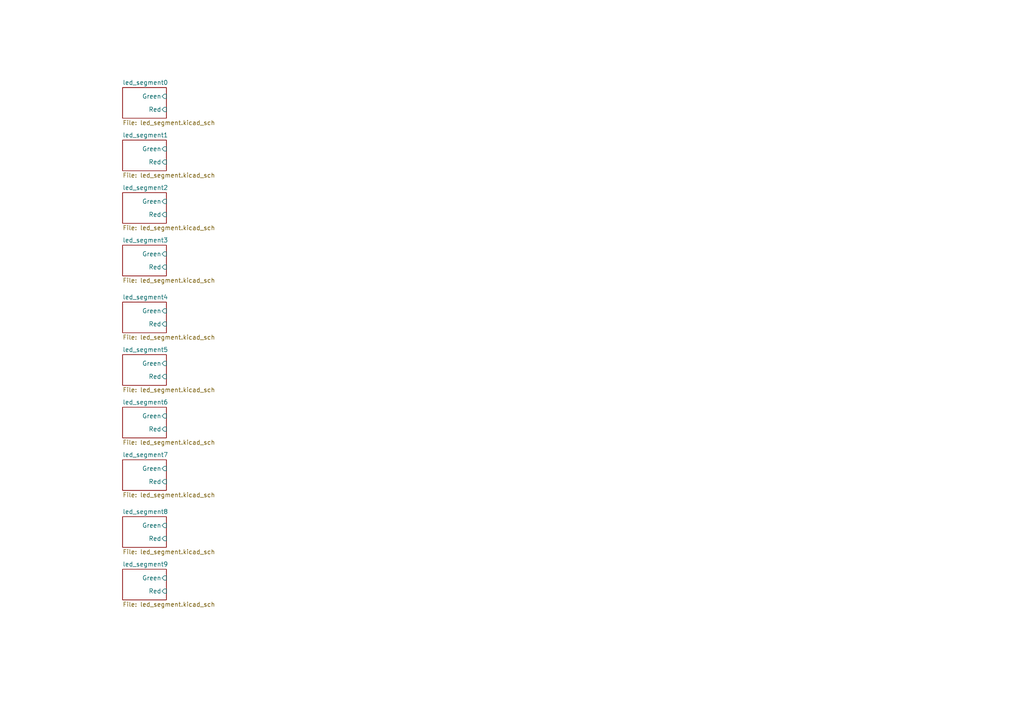
<source format=kicad_sch>
(kicad_sch
	(version 20231120)
	(generator "eeschema")
	(generator_version "8.0")
	(uuid "ac5cc092-0b03-4839-ade3-b8dead5e658e")
	(paper "A4")
	(lib_symbols)
	(sheet
		(at 35.56 118.11)
		(size 12.7 8.89)
		(fields_autoplaced yes)
		(stroke
			(width 0.1524)
			(type solid)
		)
		(fill
			(color 0 0 0 0.0000)
		)
		(uuid "16159897-ee57-4e5e-a778-8009c35d9955")
		(property "Sheetname" "led_segment6"
			(at 35.56 117.3984 0)
			(effects
				(font
					(size 1.27 1.27)
				)
				(justify left bottom)
			)
		)
		(property "Sheetfile" "led_segment.kicad_sch"
			(at 35.56 127.5846 0)
			(effects
				(font
					(size 1.27 1.27)
				)
				(justify left top)
			)
		)
		(property "Pole2" ""
			(at 35.56 118.11 0)
			(effects
				(font
					(size 1.27 1.27)
				)
				(hide yes)
			)
		)
		(pin "Green" input
			(at 48.26 120.65 0)
			(effects
				(font
					(size 1.27 1.27)
				)
				(justify right)
			)
			(uuid "dd7cf082-0ed4-4708-b2be-b173411dacbb")
		)
		(pin "Red" input
			(at 48.26 124.46 0)
			(effects
				(font
					(size 1.27 1.27)
				)
				(justify right)
			)
			(uuid "1152c736-b823-4af6-81f0-50cd37973a3a")
		)
		(instances
			(project "rpm_meter"
				(path "/c95b12ac-441d-4f7a-bd6a-c2e5d81eb286/a867083c-2147-48a9-aee5-f2d6e310d44f"
					(page "9")
				)
			)
		)
	)
	(sheet
		(at 35.56 55.88)
		(size 12.7 8.89)
		(fields_autoplaced yes)
		(stroke
			(width 0.1524)
			(type solid)
		)
		(fill
			(color 0 0 0 0.0000)
		)
		(uuid "2aea89c5-8fb5-4e40-aeec-207246f544aa")
		(property "Sheetname" "led_segment2"
			(at 35.56 55.1684 0)
			(effects
				(font
					(size 1.27 1.27)
				)
				(justify left bottom)
			)
		)
		(property "Sheetfile" "led_segment.kicad_sch"
			(at 35.56 65.3546 0)
			(effects
				(font
					(size 1.27 1.27)
				)
				(justify left top)
			)
		)
		(property "Pole2" ""
			(at 35.56 55.88 0)
			(effects
				(font
					(size 1.27 1.27)
				)
				(hide yes)
			)
		)
		(pin "Green" input
			(at 48.26 58.42 0)
			(effects
				(font
					(size 1.27 1.27)
				)
				(justify right)
			)
			(uuid "5c876811-194c-4463-8f65-9df0939544ec")
		)
		(pin "Red" input
			(at 48.26 62.23 0)
			(effects
				(font
					(size 1.27 1.27)
				)
				(justify right)
			)
			(uuid "593ce0d0-a7d8-409c-ba16-c51a841e7e98")
		)
		(instances
			(project "rpm_meter"
				(path "/c95b12ac-441d-4f7a-bd6a-c2e5d81eb286/a867083c-2147-48a9-aee5-f2d6e310d44f"
					(page "5")
				)
			)
		)
	)
	(sheet
		(at 35.56 165.1)
		(size 12.7 8.89)
		(fields_autoplaced yes)
		(stroke
			(width 0.1524)
			(type solid)
		)
		(fill
			(color 0 0 0 0.0000)
		)
		(uuid "3b8fc604-ae2f-40df-91f0-ac5b9f5315e4")
		(property "Sheetname" "led_segment9"
			(at 35.56 164.3884 0)
			(effects
				(font
					(size 1.27 1.27)
				)
				(justify left bottom)
			)
		)
		(property "Sheetfile" "led_segment.kicad_sch"
			(at 35.56 174.5746 0)
			(effects
				(font
					(size 1.27 1.27)
				)
				(justify left top)
			)
		)
		(property "Pole2" ""
			(at 35.56 165.1 0)
			(effects
				(font
					(size 1.27 1.27)
				)
				(hide yes)
			)
		)
		(pin "Green" input
			(at 48.26 167.64 0)
			(effects
				(font
					(size 1.27 1.27)
				)
				(justify right)
			)
			(uuid "487249ea-e53b-4bc3-8b5b-6782f2a2aafc")
		)
		(pin "Red" input
			(at 48.26 171.45 0)
			(effects
				(font
					(size 1.27 1.27)
				)
				(justify right)
			)
			(uuid "fa933547-2d24-4c17-87a4-75f76a43b9c5")
		)
		(instances
			(project "rpm_meter"
				(path "/c95b12ac-441d-4f7a-bd6a-c2e5d81eb286/a867083c-2147-48a9-aee5-f2d6e310d44f"
					(page "12")
				)
			)
		)
	)
	(sheet
		(at 35.56 71.12)
		(size 12.7 8.89)
		(fields_autoplaced yes)
		(stroke
			(width 0.1524)
			(type solid)
		)
		(fill
			(color 0 0 0 0.0000)
		)
		(uuid "487ebdd4-65ac-4f90-8285-3a8891794cfd")
		(property "Sheetname" "led_segment3"
			(at 35.56 70.4084 0)
			(effects
				(font
					(size 1.27 1.27)
				)
				(justify left bottom)
			)
		)
		(property "Sheetfile" "led_segment.kicad_sch"
			(at 35.56 80.5946 0)
			(effects
				(font
					(size 1.27 1.27)
				)
				(justify left top)
			)
		)
		(property "Pole2" ""
			(at 35.56 71.12 0)
			(effects
				(font
					(size 1.27 1.27)
				)
				(hide yes)
			)
		)
		(pin "Green" input
			(at 48.26 73.66 0)
			(effects
				(font
					(size 1.27 1.27)
				)
				(justify right)
			)
			(uuid "5310c1c3-f376-4ea9-a5a4-af7f0b3d1cb0")
		)
		(pin "Red" input
			(at 48.26 77.47 0)
			(effects
				(font
					(size 1.27 1.27)
				)
				(justify right)
			)
			(uuid "9ab5eeb7-e3f1-4cf3-8aa3-eced53cb8847")
		)
		(instances
			(project "rpm_meter"
				(path "/c95b12ac-441d-4f7a-bd6a-c2e5d81eb286/a867083c-2147-48a9-aee5-f2d6e310d44f"
					(page "6")
				)
			)
		)
	)
	(sheet
		(at 35.56 149.86)
		(size 12.7 8.89)
		(fields_autoplaced yes)
		(stroke
			(width 0.1524)
			(type solid)
		)
		(fill
			(color 0 0 0 0.0000)
		)
		(uuid "749b3ef9-abfd-42e3-afb0-681495caca56")
		(property "Sheetname" "led_segment8"
			(at 35.56 149.1484 0)
			(effects
				(font
					(size 1.27 1.27)
				)
				(justify left bottom)
			)
		)
		(property "Sheetfile" "led_segment.kicad_sch"
			(at 35.56 159.3346 0)
			(effects
				(font
					(size 1.27 1.27)
				)
				(justify left top)
			)
		)
		(property "Pole2" ""
			(at 35.56 149.86 0)
			(effects
				(font
					(size 1.27 1.27)
				)
				(hide yes)
			)
		)
		(pin "Green" input
			(at 48.26 152.4 0)
			(effects
				(font
					(size 1.27 1.27)
				)
				(justify right)
			)
			(uuid "52a88722-2387-45e6-a434-fc78c5dd1936")
		)
		(pin "Red" input
			(at 48.26 156.21 0)
			(effects
				(font
					(size 1.27 1.27)
				)
				(justify right)
			)
			(uuid "eef62a3d-485b-47e7-828d-47f031361072")
		)
		(instances
			(project "rpm_meter"
				(path "/c95b12ac-441d-4f7a-bd6a-c2e5d81eb286/a867083c-2147-48a9-aee5-f2d6e310d44f"
					(page "11")
				)
			)
		)
	)
	(sheet
		(at 35.56 87.63)
		(size 12.7 8.89)
		(fields_autoplaced yes)
		(stroke
			(width 0.1524)
			(type solid)
		)
		(fill
			(color 0 0 0 0.0000)
		)
		(uuid "948e1c68-c9bc-4743-a51c-3f2a217379f8")
		(property "Sheetname" "led_segment4"
			(at 35.56 86.9184 0)
			(effects
				(font
					(size 1.27 1.27)
				)
				(justify left bottom)
			)
		)
		(property "Sheetfile" "led_segment.kicad_sch"
			(at 35.56 97.1046 0)
			(effects
				(font
					(size 1.27 1.27)
				)
				(justify left top)
			)
		)
		(property "Pole2" ""
			(at 35.56 87.63 0)
			(effects
				(font
					(size 1.27 1.27)
				)
				(hide yes)
			)
		)
		(pin "Green" input
			(at 48.26 90.17 0)
			(effects
				(font
					(size 1.27 1.27)
				)
				(justify right)
			)
			(uuid "215aa513-a386-45b7-8691-60112a955ff7")
		)
		(pin "Red" input
			(at 48.26 93.98 0)
			(effects
				(font
					(size 1.27 1.27)
				)
				(justify right)
			)
			(uuid "0896c44f-3219-4bab-a38d-0889d01aed6a")
		)
		(instances
			(project "rpm_meter"
				(path "/c95b12ac-441d-4f7a-bd6a-c2e5d81eb286/a867083c-2147-48a9-aee5-f2d6e310d44f"
					(page "7")
				)
			)
		)
	)
	(sheet
		(at 35.56 133.35)
		(size 12.7 8.89)
		(fields_autoplaced yes)
		(stroke
			(width 0.1524)
			(type solid)
		)
		(fill
			(color 0 0 0 0.0000)
		)
		(uuid "96d43307-f20c-4790-9729-262a3b9aadee")
		(property "Sheetname" "led_segment7"
			(at 35.56 132.6384 0)
			(effects
				(font
					(size 1.27 1.27)
				)
				(justify left bottom)
			)
		)
		(property "Sheetfile" "led_segment.kicad_sch"
			(at 35.56 142.8246 0)
			(effects
				(font
					(size 1.27 1.27)
				)
				(justify left top)
			)
		)
		(property "Pole2" ""
			(at 35.56 133.35 0)
			(effects
				(font
					(size 1.27 1.27)
				)
				(hide yes)
			)
		)
		(pin "Green" input
			(at 48.26 135.89 0)
			(effects
				(font
					(size 1.27 1.27)
				)
				(justify right)
			)
			(uuid "f120a44f-efc0-41a8-8288-985e1dbce8b8")
		)
		(pin "Red" input
			(at 48.26 139.7 0)
			(effects
				(font
					(size 1.27 1.27)
				)
				(justify right)
			)
			(uuid "b50059b7-306d-44c5-ad1b-aacce0afccdc")
		)
		(instances
			(project "rpm_meter"
				(path "/c95b12ac-441d-4f7a-bd6a-c2e5d81eb286/a867083c-2147-48a9-aee5-f2d6e310d44f"
					(page "10")
				)
			)
		)
	)
	(sheet
		(at 35.56 102.87)
		(size 12.7 8.89)
		(fields_autoplaced yes)
		(stroke
			(width 0.1524)
			(type solid)
		)
		(fill
			(color 0 0 0 0.0000)
		)
		(uuid "a2b397c6-09d6-4f2e-b561-91cf6b96f742")
		(property "Sheetname" "led_segment5"
			(at 35.56 102.1584 0)
			(effects
				(font
					(size 1.27 1.27)
				)
				(justify left bottom)
			)
		)
		(property "Sheetfile" "led_segment.kicad_sch"
			(at 35.56 112.3446 0)
			(effects
				(font
					(size 1.27 1.27)
				)
				(justify left top)
			)
		)
		(property "Pole2" ""
			(at 35.56 102.87 0)
			(effects
				(font
					(size 1.27 1.27)
				)
				(hide yes)
			)
		)
		(pin "Green" input
			(at 48.26 105.41 0)
			(effects
				(font
					(size 1.27 1.27)
				)
				(justify right)
			)
			(uuid "6a9fb119-eb1f-4142-8ec9-a870f6ba8849")
		)
		(pin "Red" input
			(at 48.26 109.22 0)
			(effects
				(font
					(size 1.27 1.27)
				)
				(justify right)
			)
			(uuid "9034958c-6eda-4bda-a5fb-9a62ac44bbc6")
		)
		(instances
			(project "rpm_meter"
				(path "/c95b12ac-441d-4f7a-bd6a-c2e5d81eb286/a867083c-2147-48a9-aee5-f2d6e310d44f"
					(page "8")
				)
			)
		)
	)
	(sheet
		(at 35.56 40.64)
		(size 12.7 8.89)
		(fields_autoplaced yes)
		(stroke
			(width 0.1524)
			(type solid)
		)
		(fill
			(color 0 0 0 0.0000)
		)
		(uuid "ba573553-1f3d-4ecb-a52d-fb2013a351af")
		(property "Sheetname" "led_segment1"
			(at 35.56 39.9284 0)
			(effects
				(font
					(size 1.27 1.27)
				)
				(justify left bottom)
			)
		)
		(property "Sheetfile" "led_segment.kicad_sch"
			(at 35.56 50.1146 0)
			(effects
				(font
					(size 1.27 1.27)
				)
				(justify left top)
			)
		)
		(property "Pole2" ""
			(at 35.56 40.64 0)
			(effects
				(font
					(size 1.27 1.27)
				)
				(hide yes)
			)
		)
		(pin "Green" input
			(at 48.26 43.18 0)
			(effects
				(font
					(size 1.27 1.27)
				)
				(justify right)
			)
			(uuid "8ccd8619-5f2a-4f8a-a530-5379b55ed943")
		)
		(pin "Red" input
			(at 48.26 46.99 0)
			(effects
				(font
					(size 1.27 1.27)
				)
				(justify right)
			)
			(uuid "ebb589f1-cf6c-49bf-bf94-8fe8161188a7")
		)
		(instances
			(project "rpm_meter"
				(path "/c95b12ac-441d-4f7a-bd6a-c2e5d81eb286/a867083c-2147-48a9-aee5-f2d6e310d44f"
					(page "4")
				)
			)
		)
	)
	(sheet
		(at 35.56 25.4)
		(size 12.7 8.89)
		(fields_autoplaced yes)
		(stroke
			(width 0.1524)
			(type solid)
		)
		(fill
			(color 0 0 0 0.0000)
		)
		(uuid "d27fdcfd-6194-4fcc-b7c6-87e0d671cd1b")
		(property "Sheetname" "led_segment0"
			(at 35.56 24.6884 0)
			(effects
				(font
					(size 1.27 1.27)
				)
				(justify left bottom)
			)
		)
		(property "Sheetfile" "led_segment.kicad_sch"
			(at 35.56 34.8746 0)
			(effects
				(font
					(size 1.27 1.27)
				)
				(justify left top)
			)
		)
		(property "Pole2" ""
			(at 35.56 25.4 0)
			(effects
				(font
					(size 1.27 1.27)
				)
				(hide yes)
			)
		)
		(pin "Green" input
			(at 48.26 27.94 0)
			(effects
				(font
					(size 1.27 1.27)
				)
				(justify right)
			)
			(uuid "002c761c-df61-41dd-8ccc-6888999fd3b8")
		)
		(pin "Red" input
			(at 48.26 31.75 0)
			(effects
				(font
					(size 1.27 1.27)
				)
				(justify right)
			)
			(uuid "c01ea4bb-541e-4a73-80e3-cb36c92a1d82")
		)
		(instances
			(project "rpm_meter"
				(path "/c95b12ac-441d-4f7a-bd6a-c2e5d81eb286/a867083c-2147-48a9-aee5-f2d6e310d44f"
					(page "3")
				)
			)
		)
	)
)

</source>
